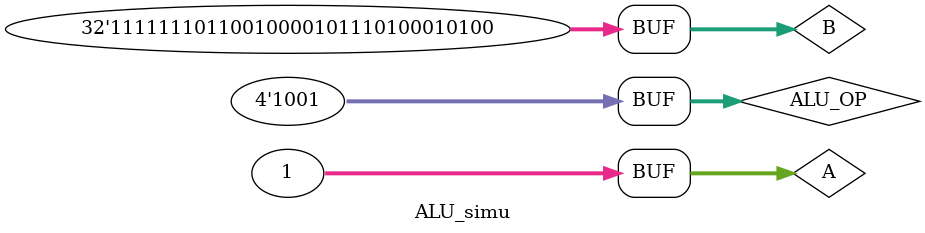
<source format=v>
module ALU_simu(
    );
    reg [31:0] A,B;
    reg[3:0] ALU_OP;
    wire [31:0] res_F;
    wire ZF,SF,CF,OF;
    ALU Simu(.A(A),.B(B),.ALU_OP(ALU_OP),.R(res_F),.ZF(ZF),.SF(SF),.CF(CF),.OF(OF));
    initial begin
        A=32'hfec85d14;
        B=1;
        ALU_OP=0;
        #50 ALU_OP=1;
        #50 ALU_OP=2;
        #50 ALU_OP=3;
        #50 ALU_OP=4;
        #50 ALU_OP=5;
        #50 ALU_OP=6;
        #50 ALU_OP=7;
        #50 ALU_OP=8;
        #50 ALU_OP=9;
        #50 A=1;
        B=32'hfec85d14;
        ALU_OP=0;
        #50 ALU_OP=1;
        #50 ALU_OP=2;
        #50 ALU_OP=3;
        #50 ALU_OP=4;
        #50 ALU_OP=5;
        #50 ALU_OP=6;
        #50 ALU_OP=7;
        #50 ALU_OP=8;
        #50 ALU_OP=9;
    end
endmodule
</source>
